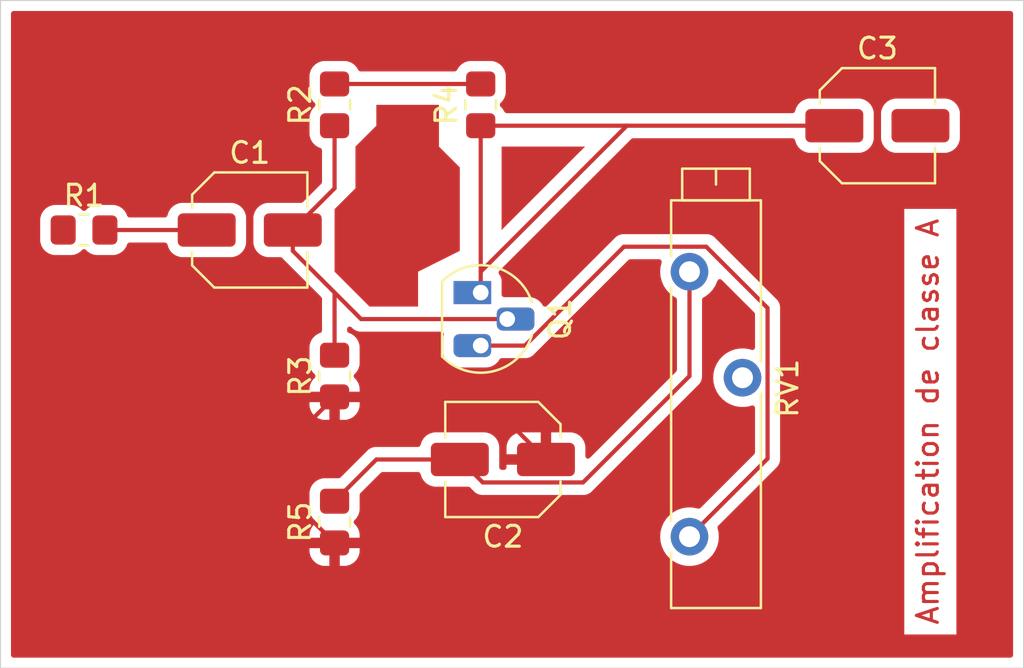
<source format=kicad_pcb>
(kicad_pcb (version 20240108) (generator "pcbnew") (generator_version "8.0")
  (layers (0 "F.Cu" signal) (31 "B.Cu" signal) (34 "B.Paste" user) (35 "F.Paste" user) (36 "B.SilkS" user "B.Silkscreen") (37 "F.SilkS" user "F.Silkscreen") (38 "B.Mask" user) (39 "F.Mask" user) (44 "Edge.Cuts" user))
  (net 0 "")
  (net 1 "Net-(Q1-B)")
  (net 2 "Net-(C1-Pad1)")
  (net 3 "GND")
  (net 4 "OUT")
  (net 5 "Net-(Q1-C)")
  (net 6 "Net-(Q1-E)")
  (net 7 "IN")
  (net 9 "Net-(C2-Pad2)")
  (net 10 "Net-(R2-Pad2)")
  (footprint "Capacitor_SMD:C_Elec_5x5.4" (layer "F.Cu") (at 99.9375 63)
    (property "Reference" "C1" (at 0 -3.7 0) (layer "F.SilkS"))
    (property "Value" "10u")
    (fp_line (start -2.76 -1.695563) (end -2.76 -1.06) (stroke (width 0.12)) (layer "F.SilkS"))
    (fp_line (start -2.76 -1.695563) (end -1.695563 -2.76) (stroke (width 0.12)) (layer "F.SilkS"))
    (fp_line (start -2.76 1.695563) (end -2.76 1.06) (stroke (width 0.12)) (layer "F.SilkS"))
    (fp_line (start -2.76 1.695563) (end -1.695563 2.76) (stroke (width 0.12)) (layer "F.SilkS"))
    (fp_line (start -1.695563 -2.76) (end 2.76 -2.76) (stroke (width 0.12)) (layer "F.SilkS"))
    (fp_line (start -1.695563 2.76) (end 2.76 2.76) (stroke (width 0.12)) (layer "F.SilkS"))
    (fp_line (start 2.76 -2.76) (end 2.76 -1.06) (stroke (width 0.12)) (layer "F.SilkS"))
    (fp_line (start 2.76 2.76) (end 2.76 1.06) (stroke (width 0.12)) (layer "F.SilkS"))
    (pad "1" smd roundrect (at -2.0625 0) (size 2.775 1.6) (layers "F.Cu" "F.Paste" "F.Mask") (roundrect_rratio 0.15625) (net 2 "Net-(C1-Pad1)"))
    (pad "2" smd roundrect (at 2.0625 0) (size 2.775 1.6) (layers "F.Cu" "F.Paste" "F.Mask") (roundrect_rratio 0.15625) (net 1 "Net-(Q1-B)"))
  )
  (footprint "Package_TO_SOT_THT:TO-92L_HandSolder" (layer "F.Cu") (at 111 66 -90)
    (property "Reference" "Q1" (at 1.27 -3.8 90) (layer "F.SilkS"))
    (property "Value" "BC546")
    (fp_line (start -0.53 1.85) (end 3.07 1.85) (stroke (width 0.12)) (layer "F.SilkS"))
    (fp_arc (start -0.541453 1.842156) (mid -1.247298 -0.581475) (end 0.45 -2.45) (stroke (width 0.12)) (layer "F.SilkS"))
    (fp_arc (start 2.05 -2.45) (mid 3.769931 -0.601036) (end 3.078445 1.827684) (stroke (width 0.12)) (layer "F.SilkS"))
    (pad "1" thru_hole rect (at 0 0 270) (size 1.1 1.8) (drill 0.75 (offset 0 0.4)) (layers "*.Cu" "*.Mask") (net 5 "Net-(Q1-C)"))
    (pad "2" thru_hole roundrect (at 1.27 -1.27 270) (size 1.1 1.8) (drill 0.75 (offset 0 -0.4)) (layers "*.Cu" "*.Mask") (net 1 "Net-(Q1-B)"))
    (pad "3" thru_hole roundrect (at 2.54 0 270) (size 1.1 1.8) (drill 0.75 (offset 0 0.4)) (layers "*.Cu" "*.Mask") (net 6 "Net-(Q1-E)"))
  )
  (footprint "Resistor_SMD:R_0805_2012Metric_Pad1.20x1.40mm_HandSolder" (layer "F.Cu") (at 104 70 90)
    (property "Reference" "R3" (at 0 -1.65 90) (layer "F.SilkS"))
    (property "Value" "33k")
    (fp_line (start -0.227064 -0.735) (end 0.227064 -0.735) (stroke (width 0.12)) (layer "F.SilkS"))
    (fp_line (start -0.227064 0.735) (end 0.227064 0.735) (stroke (width 0.12)) (layer "F.SilkS"))
    (pad "1" smd roundrect (at -1 0 90) (size 1.2 1.4) (layers "F.Cu" "F.Paste" "F.Mask") (roundrect_rratio 0.208333) (net 3 "GND"))
    (pad "2" smd roundrect (at 1 0 90) (size 1.2 1.4) (layers "F.Cu" "F.Paste" "F.Mask") (roundrect_rratio 0.208333) (net 1 "Net-(Q1-B)"))
  )
  (footprint "Capacitor_SMD:C_Elec_5x5.4" (layer "F.Cu") (at 112.0625 74 180)
    (property "Reference" "C2" (at 0 -3.7 0) (layer "F.SilkS"))
    (property "Value" "1u")
    (fp_line (start 2.76 2.76) (end 2.76 1.06) (stroke (width 0.12)) (layer "F.SilkS"))
    (fp_line (start 2.76 -2.76) (end 2.76 -1.06) (stroke (width 0.12)) (layer "F.SilkS"))
    (fp_line (start -1.695563 2.76) (end 2.76 2.76) (stroke (width 0.12)) (layer "F.SilkS"))
    (fp_line (start -1.695563 -2.76) (end 2.76 -2.76) (stroke (width 0.12)) (layer "F.SilkS"))
    (fp_line (start -2.76 1.695563) (end -1.695563 2.76) (stroke (width 0.12)) (layer "F.SilkS"))
    (fp_line (start -2.76 1.695563) (end -2.76 1.06) (stroke (width 0.12)) (layer "F.SilkS"))
    (fp_line (start -2.76 -1.695563) (end -1.695563 -2.76) (stroke (width 0.12)) (layer "F.SilkS"))
    (fp_line (start -2.76 -1.695563) (end -2.76 -1.06) (stroke (width 0.12)) (layer "F.SilkS"))
    (pad "1" smd roundrect (at -2.0625 0 180) (size 2.775 1.6) (layers "F.Cu" "F.Paste" "F.Mask") (roundrect_rratio 0.15625) (net 3 "GND"))
    (pad "2" smd roundrect (at 2.0625 0 180) (size 2.775 1.6) (layers "F.Cu" "F.Paste" "F.Mask") (roundrect_rratio 0.15625) (net 9 "Net-(C2-Pad2)"))
  )
  (footprint "Resistor_SMD:R_0805_2012Metric_Pad1.20x1.40mm_HandSolder" (layer "F.Cu") (at 111 57 90)
    (property "Reference" "R4" (at 0 -1.65 90) (layer "F.SilkS"))
    (property "Value" "2k")
    (fp_line (start -0.227064 -0.735) (end 0.227064 -0.735) (stroke (width 0.12)) (layer "F.SilkS"))
    (fp_line (start -0.227064 0.735) (end 0.227064 0.735) (stroke (width 0.12)) (layer "F.SilkS"))
    (pad "1" smd roundrect (at -1 0 90) (size 1.2 1.4) (layers "F.Cu" "F.Paste" "F.Mask") (roundrect_rratio 0.208333) (net 5 "Net-(Q1-C)"))
    (pad "2" smd roundrect (at 1 0 90) (size 1.2 1.4) (layers "F.Cu" "F.Paste" "F.Mask") (roundrect_rratio 0.208333) (net 10 "Net-(R2-Pad2)"))
  )
  (footprint "Resistor_SMD:R_0805_2012Metric_Pad1.20x1.40mm_HandSolder" (layer "F.Cu") (at 104 77 90)
    (property "Reference" "R5" (at 0 -1.65 90) (layer "F.SilkS"))
    (property "Value" "0.5k")
    (fp_line (start -0.227064 -0.735) (end 0.227064 -0.735) (stroke (width 0.12)) (layer "F.SilkS"))
    (fp_line (start -0.227064 0.735) (end 0.227064 0.735) (stroke (width 0.12)) (layer "F.SilkS"))
    (pad "1" smd roundrect (at -1 0 90) (size 1.2 1.4) (layers "F.Cu" "F.Paste" "F.Mask") (roundrect_rratio 0.208333) (net 3 "GND"))
    (pad "2" smd roundrect (at 1 0 90) (size 1.2 1.4) (layers "F.Cu" "F.Paste" "F.Mask") (roundrect_rratio 0.208333) (net 9 "Net-(C2-Pad2)"))
  )
  (footprint "Capacitor_SMD:C_Elec_5x5.4" (layer "F.Cu") (at 130 58)
    (property "Reference" "C3" (at 0 -3.7 0) (layer "F.SilkS"))
    (property "Value" "10u")
    (fp_line (start -2.76 -1.695563) (end -2.76 -1.06) (stroke (width 0.12)) (layer "F.SilkS"))
    (fp_line (start -2.76 -1.695563) (end -1.695563 -2.76) (stroke (width 0.12)) (layer "F.SilkS"))
    (fp_line (start -2.76 1.695563) (end -2.76 1.06) (stroke (width 0.12)) (layer "F.SilkS"))
    (fp_line (start -2.76 1.695563) (end -1.695563 2.76) (stroke (width 0.12)) (layer "F.SilkS"))
    (fp_line (start -1.695563 -2.76) (end 2.76 -2.76) (stroke (width 0.12)) (layer "F.SilkS"))
    (fp_line (start -1.695563 2.76) (end 2.76 2.76) (stroke (width 0.12)) (layer "F.SilkS"))
    (fp_line (start 2.76 -2.76) (end 2.76 -1.06) (stroke (width 0.12)) (layer "F.SilkS"))
    (fp_line (start 2.76 2.76) (end 2.76 1.06) (stroke (width 0.12)) (layer "F.SilkS"))
    (pad "1" smd roundrect (at -2.0625 0) (size 2.775 1.6) (layers "F.Cu" "F.Paste" "F.Mask") (roundrect_rratio 0.15625) (net 5 "Net-(Q1-C)"))
    (pad "2" smd roundrect (at 2.0625 0) (size 2.775 1.6) (layers "F.Cu" "F.Paste" "F.Mask") (roundrect_rratio 0.15625) (net 4 "OUT"))
  )
  (footprint "Resistor_SMD:R_0805_2012Metric_Pad1.20x1.40mm_HandSolder" (layer "F.Cu") (at 104 57 90)
    (property "Reference" "R2" (at 0 -1.65 90) (layer "F.SilkS"))
    (property "Value" "104k")
    (fp_line (start -0.227064 -0.735) (end 0.227064 -0.735) (stroke (width 0.12)) (layer "F.SilkS"))
    (fp_line (start -0.227064 0.735) (end 0.227064 0.735) (stroke (width 0.12)) (layer "F.SilkS"))
    (pad "1" smd roundrect (at -1 0 90) (size 1.2 1.4) (layers "F.Cu" "F.Paste" "F.Mask") (roundrect_rratio 0.208333) (net 1 "Net-(Q1-B)"))
    (pad "2" smd roundrect (at 1 0 90) (size 1.2 1.4) (layers "F.Cu" "F.Paste" "F.Mask") (roundrect_rratio 0.208333) (net 10 "Net-(R2-Pad2)"))
  )
  (footprint "Resistor_SMD:R_0805_2012Metric_Pad1.20x1.40mm_HandSolder" (layer "F.Cu") (at 92 63)
    (property "Reference" "R1" (at 0 -1.65 0) (layer "F.SilkS"))
    (property "Value" "14")
    (fp_line (start -0.227064 -0.735) (end 0.227064 -0.735) (stroke (width 0.12)) (layer "F.SilkS"))
    (fp_line (start -0.227064 0.735) (end 0.227064 0.735) (stroke (width 0.12)) (layer "F.SilkS"))
    (pad "1" smd roundrect (at -1 0) (size 1.2 1.4) (layers "F.Cu" "F.Paste" "F.Mask") (roundrect_rratio 0.208333) (net 7 "IN"))
    (pad "2" smd roundrect (at 1 0) (size 1.2 1.4) (layers "F.Cu" "F.Paste" "F.Mask") (roundrect_rratio 0.208333) (net 2 "Net-(C1-Pad1)"))
  )
  (footprint "Potentiometer_THT:Potentiometer_Bourns_3005_Horizontal" (layer "F.Cu") (at 121 77.7 -90)
    (property "Reference" "RV1" (at -7.11 -4.69 90) (layer "F.SilkS"))
    (property "Value" "R_Potentiometer_US")
    (fp_line (start -16.12 0.88) (end -13.469 0.88) (stroke (width 0.12)) (layer "F.SilkS"))
    (fp_line (start -11.93 0.88) (end -0.769 0.88) (stroke (width 0.12)) (layer "F.SilkS"))
    (fp_line (start 0.77 0.88) (end 3.42 0.88) (stroke (width 0.12)) (layer "F.SilkS"))
    (fp_line (start -17.64 0.35) (end -16.121 0.35) (stroke (width 0.12)) (layer "F.SilkS"))
    (fp_line (start -17.64 -1.27) (end -16.881 -1.27) (stroke (width 0.12)) (layer "F.SilkS"))
    (fp_line (start -17.64 -2.89) (end -17.64 0.35) (stroke (width 0.12)) (layer "F.SilkS"))
    (fp_line (start -17.64 -2.89) (end -16.121 -2.89) (stroke (width 0.12)) (layer "F.SilkS"))
    (fp_line (start -16.121 -2.89) (end -16.121 0.35) (stroke (width 0.12)) (layer "F.SilkS"))
    (fp_line (start -16.12 -3.42) (end -16.12 0.88) (stroke (width 0.12)) (layer "F.SilkS"))
    (fp_line (start -16.12 -3.42) (end -8.389 -3.42) (stroke (width 0.12)) (layer "F.SilkS"))
    (fp_line (start -6.85 -3.42) (end 3.42 -3.42) (stroke (width 0.12)) (layer "F.SilkS"))
    (fp_line (start 3.42 -3.42) (end 3.42 0.88) (stroke (width 0.12)) (layer "F.SilkS"))
    (pad "1" thru_hole circle (at 0 0 270) (size 1.8 1.8) (drill 1) (layers "*.Cu" "*.Mask") (net 6 "Net-(Q1-E)"))
    (pad "2" thru_hole circle (at -7.62 -2.54 270) (size 1.8 1.8) (drill 1) (layers "*.Cu" "*.Mask"))
    (pad "3" thru_hole circle (at -12.7 0 270) (size 1.8 1.8) (drill 1) (layers "*.Cu" "*.Mask") (net 9 "Net-(C2-Pad2)"))
  )
  (gr_line (start 88 52) (end 88 84) (stroke (width 0.05)) (layer "Edge.Cuts"))
  (gr_line (start 137 52) (end 88 52) (stroke (width 0.05)) (layer "Edge.Cuts"))
  (gr_line (start 137 84) (end 137 52) (stroke (width 0.05)) (layer "Edge.Cuts"))
  (gr_line (start 88 84) (end 137 84) (stroke (width 0.05)) (layer "Edge.Cuts"))
  (gr_text "Amplification de classe A\n" (at 133 82 90) (layer "F.Cu") (effects (font (size 1 1)) (justify left bottom)))
  (segment (start 104 66) (end 104 69) (width 0.2) (layer "F.Cu") (net 1))
  (segment (start 105.27 67.27) (end 104 66) (width 0.2) (layer "F.Cu") (net 1))
  (segment (start 102 63) (end 102 64) (width 0.2) (layer "F.Cu") (net 1))
  (segment (start 112.27 67.27) (end 105.27 67.27) (width 0.2) (layer "F.Cu") (net 1))
  (segment (start 102 63) (end 104 61) (width 0.2) (layer "F.Cu") (net 1))
  (segment (start 102 63) (end 102.5 62.5) (width 0.2) (layer "F.Cu") (net 1))
  (segment (start 104 61) (end 104 58) (width 0.2) (layer "F.Cu") (net 1))
  (segment (start 102 64) (end 104 66) (width 0.2) (layer "F.Cu") (net 1))
  (segment (start 93 63) (end 97.875 63) (width 0.2) (layer "F.Cu") (net 2))
  (segment (start 104 71) (end 102 73) (width 0.2) (layer "F.Cu") (net 3))
  (segment (start 111.125 71) (end 104 71) (width 0.2) (layer "F.Cu") (net 3))
  (segment (start 102 73) (end 102 76) (width 0.2) (layer "F.Cu") (net 3))
  (segment (start 114.125 74) (end 111.125 71) (width 0.2) (layer "F.Cu") (net 3))
  (segment (start 102 76) (end 104 78) (width 0.2) (layer "F.Cu") (net 3))
  (segment (start 111 58) (end 111 65) (width 0.2) (layer "F.Cu") (net 5))
  (segment (start 111 65) (end 118 58) (width 0.2) (layer "F.Cu") (net 5))
  (segment (start 111 58) (end 118 58) (width 0.2) (layer "F.Cu") (net 5))
  (segment (start 118 58) (end 127.9375 58) (width 0.2) (layer "F.Cu") (net 5))
  (segment (start 111 66) (end 111 65) (width 0.2) (layer "F.Cu") (net 5))
  (segment (start 124.74 73.96) (end 121 77.7) (width 0.2) (layer "F.Cu") (net 6))
  (segment (start 117.860792 63.8) (end 121.8 63.8) (width 0.2) (layer "F.Cu") (net 6))
  (segment (start 124.74 66.74) (end 124.74 73.96) (width 0.2) (layer "F.Cu") (net 6))
  (segment (start 111 68.54) (end 113.120792 68.54) (width 0.2) (layer "F.Cu") (net 6))
  (segment (start 113.120792 68.54) (end 117.860792 63.8) (width 0.2) (layer "F.Cu") (net 6))
  (segment (start 121.8 63.8) (end 124.74 66.74) (width 0.2) (layer "F.Cu") (net 6))
  (segment (start 110 74) (end 106 74) (width 0.2) (layer "F.Cu") (net 9))
  (segment (start 121 70) (end 121 65) (width 0.2) (layer "F.Cu") (net 9))
  (segment (start 110 74) (end 111.1 75.1) (width 0.2) (layer "F.Cu") (net 9))
  (segment (start 111.1 75.1) (end 115.9 75.1) (width 0.2) (layer "F.Cu") (net 9))
  (segment (start 106 74) (end 104 76) (width 0.2) (layer "F.Cu") (net 9))
  (segment (start 115.9 75.1) (end 121 70) (width 0.2) (layer "F.Cu") (net 9))
  (segment (start 111 56) (end 104 56) (width 0.2) (layer "F.Cu") (net 10))
  (zone (net 3) (net_name "GND") (layer "F.Cu") (connect_pads (clearance 0.5)) (min_thickness 0.25) (fill yes (thermal_gap 0.5) (thermal_bridge_width 0.5))
    (polygon (pts (xy 88 52) (xy 137 52) (xy 137 84) (xy 88 84)))
  )
  (zone (net 3) (net_name "GND") (layer "F.Cu") (priority 1) (connect_pads (clearance 0.5)) (min_thickness 0.25) (fill yes (thermal_gap 0.5) (thermal_bridge_width 0.5))
    (polygon (pts (xy 104 62) (xy 105 61) (xy 105 59) (xy 106 58) (xy 106 57) (xy 109 57) (xy 109 59) (xy 110 60) (xy 110 64) (xy 108 65) (xy 108 67) (xy 106 67) (xy 104 65)))
  )
  (zone (net 3) (net_name "GND") (layer "F.Cu") (priority 2) (connect_pads (clearance 0.5)) (min_thickness 0.25) (fill yes (thermal_gap 0.5) (thermal_bridge_width 0.5))
    (polygon (pts (xy 112 59) (xy 112 63) (xy 116 59)))
  )
)
</source>
